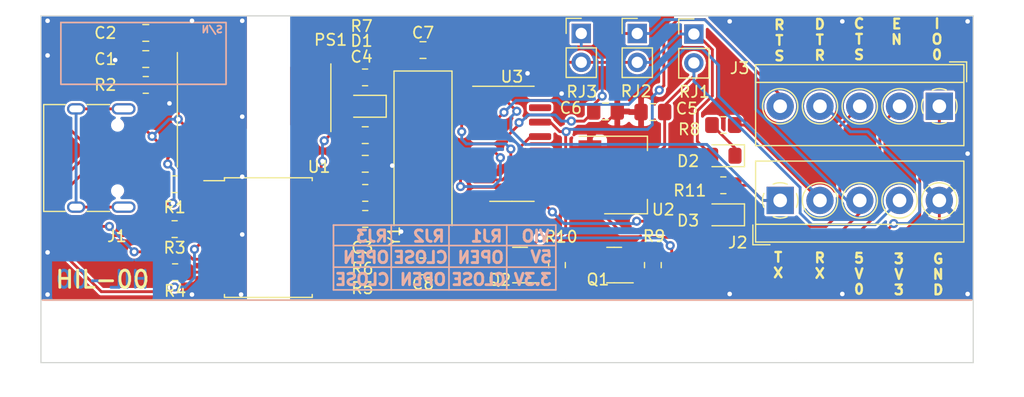
<source format=kicad_pcb>
(kicad_pcb (version 20211014) (generator pcbnew)
  (title_block (title "HIL-00 ISOLATED USB TO TTL"))
  (layers (0 "F.Cu" signal) (31 "B.Cu" signal) (34 "B.Paste" user) (35 "F.Paste" user) (36 "B.SilkS" user "B.Silkscreen") (37 "F.SilkS" user "F.Silkscreen") (38 "B.Mask" user) (39 "F.Mask" user) (44 "Edge.Cuts" user))
  (net 0 "")
  (net 1 "Net-(C1-Pad1)")
  (net 2 "GND1")
  (net 3 "Net-(C2-Pad1)")
  (net 4 "Net-(C3-Pad1)")
  (net 5 "GND2")
  (net 6 "Net-(C7-Pad1)")
  (net 7 "Net-(D1-Pad2)")
  (net 8 "Net-(D2-Pad1)")
  (net 9 "VCC")
  (net 10 "Net-(J1-PadA5)")
  (net 11 "Net-(J1-PadA6)")
  (net 12 "Net-(J1-PadA7)")
  (net 14 "Net-(J1-PadB5)")
  (net 16 "unconnected-(J1-PadS1)")
  (net 17 "Net-(C6-Pad1)")
  (net 18 "/TX")
  (net 19 "/IO0")
  (net 20 "/EN")
  (net 21 "/RX")
  (net 22 "/RTS")
  (net 23 "Net-(Q1-Pad1)")
  (net 24 "/DTR")
  (net 25 "Net-(Q2-Pad1)")
  (net 26 "/CTS")
  (net 27 "Net-(R3-Pad1)")
  (net 28 "Net-(R4-Pad1)")
  (net 29 "Net-(R5-Pad1)")
  (net 30 "Net-(R5-Pad2)")
  (net 31 "Net-(R6-Pad1)")
  (net 32 "Net-(R6-Pad2)")
  (net 33 "+5V")
  (net 34 "+3.3V")
  (net 39 "Net-(D3-Pad1)")
  (net 40 "Net-(C8-Pad1)")
  (footprint "Resistor_SMD:R_0805_2012Metric_Pad1.20x1.40mm_HandSolder" (layer "F.Cu") (at 128.524 115.57 180)
    (fp_text reference "R6")
    (fp_text value "24")
  )
  (footprint "Resistor_SMD:R_0805_2012Metric_Pad1.20x1.40mm_HandSolder" (layer "F.Cu") (at 128.508 105.41 180)
    (fp_text reference "R7")
    (fp_text value "1K")
  )
  (footprint "Resistor_SMD:R_0805_2012Metric_Pad1.20x1.40mm_HandSolder" (layer "F.Cu") (at 128.524 117.856 180)
    (fp_text reference "R5")
    (fp_text value "24")
  )
  (footprint "Capacitor_SMD:C_0805_2012Metric_Pad1.18x1.45mm_HandSolder" (layer "F.Cu") (at 128.524 110.49)
    (fp_text reference "C4")
    (fp_text value "0.1uF")
  )
  (footprint "Diode_SMD:D_0805_2012Metric_Pad1.15x1.40mm_HandSolder" (layer "F.Cu") (at 160.02 112.3 180)
    (fp_text reference "D2")
    (fp_text value "LED")
  )
  (footprint "Crystal_SMD:Crystal_SMD_HC49-SD_HandSoldering_Compact" (layer "F.Cu") (at 133.604 112.55 -90)
    (fp_text reference "Y1")
    (fp_text value "Crystal")
  )
  (footprint "Resistor_SMD:R_0805_2012Metric_Pad1.20x1.40mm_HandSolder" (layer "F.Cu") (at 111.76 118.755 180)
    (fp_text reference "R3")
    (fp_text value "24")
  )
  (footprint "MountingHole:MountingHole_3.2mm_M3" (layer "F.Cu") (at 156.68 128.5)
    (fp_text reference "REF**2" hide)
    (fp_text value "MountingHole_3.2mm_M3")
  )
  (footprint "Resistor_SMD:R_0805_2012Metric_Pad1.20x1.40mm_HandSolder" (layer "F.Cu") (at 111.76 114.808)
    (fp_text reference "R1")
    (fp_text value "5.1K")
  )
  (footprint "Package_SO:SOIC-16W_7.5x10.3mm_P1.27mm" (layer "F.Cu") (at 120 119.5)
    (fp_text reference "U1")
    (fp_text value "ADUM4160")
  )
  (footprint "MountingHole:MountingHole_3.2mm_M3" (layer "F.Cu") (at 146.52 128.5)
    (fp_text reference "REF**3" hide)
    (fp_text value "MountingHole_3.2mm_M3")
  )
  (footprint "Capacitor_SMD:C_0805_2012Metric_Pad1.18x1.45mm_HandSolder" (layer "F.Cu") (at 109.22 103.8 180)
    (fp_text reference "C1")
    (fp_text value "0.1uF")
  )
  (footprint "Connector_USB:USB_C_Receptacle_HRO_TYPE-C-31-M-12" (layer "F.Cu") (at 104.14 112.5 -90)
    (fp_text reference "J1")
    (fp_text value "USB_C_Receptacle_USB2.0")
  )
  (footprint "Capacitor_SMD:C_0805_2012Metric_Pad1.18x1.45mm_HandSolder" (layer "F.Cu") (at 109.22 101.5 180)
    (fp_text reference "C2")
    (fp_text value "0.1uF")
  )
  (footprint "Package_TO_SOT_SMD:SOT-23" (layer "F.Cu") (at 142.1384 121.92 180)
    (fp_text reference "Q2")
    (fp_text value "BC847")
  )
  (footprint "Diode_SMD:D_0805_2012Metric_Pad1.15x1.40mm_HandSolder" (layer "F.Cu") (at 128.508 107.95 180)
    (fp_text reference "D1")
    (fp_text value "LED")
  )
  (footprint "Capacitor_SMD:C_0805_2012Metric_Pad1.18x1.45mm_HandSolder" (layer "F.Cu") (at 153.8224 108.458 180)
    (fp_text reference "C5")
    (fp_text value "0.1uF")
  )
  (footprint "TerminalBlock_4Ucon:TerminalBlock_4Ucon_1x05_P3.50mm_Horizontal" (layer "F.Cu") (at 165.0192 116.232)
    (fp_text reference "J3")
    (fp_text value "Conn_01x05_Male")
  )
  (footprint "Resistor_SMD:R_0805_2012Metric_Pad1.20x1.40mm_HandSolder" (layer "F.Cu") (at 153.8224 121.92 -90)
    (fp_text reference "R9")
    (fp_text value "10K")
  )
  (footprint "Package_SO:SOIC-16_3.9x9.9mm_P1.27mm" (layer "F.Cu") (at 141.4272 111.252)
    (fp_text reference "U3")
    (fp_text value "CH340G")
  )
  (footprint "MountingHole:MountingHole_3.2mm_M3" (layer "F.Cu") (at 177 128.5)
    (fp_text reference "REF**" hide)
    (fp_text value "MountingHole_3.2mm_M3")
  )
  (footprint "Resistor_SMD:R_0805_2012Metric_Pad1.20x1.40mm_HandSolder" (layer "F.Cu") (at 109.22 106.072 180)
    (fp_text reference "R2")
    (fp_text value "5.1K")
  )
  (footprint "TerminalBlock_4Ucon:TerminalBlock_4Ucon_1x05_P3.50mm_Horizontal" (layer "F.Cu") (at 179.0192 107.95 180)
    (fp_text reference "J2")
    (fp_text value "Conn_01x05_Male")
  )
  (footprint "MountingHole:MountingHole_3.2mm_M3" (layer "F.Cu") (at 105.88 128.5)
    (fp_text reference "REF**7" hide)
    (fp_text value "MountingHole_3.2mm_M3")
  )
  (footprint "MountingHole:MountingHole_3.2mm_M3" (layer "F.Cu") (at 116.04 128.5)
    (fp_text reference "REF**6" hide)
    (fp_text value "MountingHole_3.2mm_M3")
  )
  (footprint "MountingHole:MountingHole_3.2mm_M3" (layer "F.Cu") (at 136.36 128.5)
    (fp_text reference "REF**4" hide)
    (fp_text value "MountingHole_3.2mm_M3")
  )
  (footprint "Connector_PinHeader_2.54mm:PinHeader_1x02_P2.54mm_Vertical" (layer "F.Cu") (at 147.5232 101.5442)
    (fp_text reference "RJ3")
    (fp_text value "Conn_01x02_Male")
  )
  (footprint "Package_TO_SOT_SMD:SOT-223-3_TabPin2" (layer "F.Cu") (at 151.4348 113.9952)
    (fp_text reference "U2")
    (fp_text value "AMS1117-3.3")
  )
  (footprint "Connector_PinHeader_2.54mm:PinHeader_1x02_P2.54mm_Vertical" (layer "F.Cu") (at 152.4508 101.5492)
    (fp_text reference "RJ2")
    (fp_text value "Conn_01x02_Male")
  )
  (footprint "Capacitor_SMD:C_0805_2012Metric_Pad1.18x1.45mm_HandSolder" (layer "F.Cu") (at 128.524 113.01)
    (fp_text reference "C3")
    (fp_text value "0.1uF")
  )
  (footprint "Capacitor_SMD:C_0805_2012Metric_Pad1.18x1.45mm_HandSolder" (layer "F.Cu") (at 133.604 122.037 180)
    (fp_text reference "C8")
    (fp_text value "22pF")
  )
  (footprint "Connector_PinHeader_2.54mm:PinHeader_1x02_P2.54mm_Vertical" (layer "F.Cu") (at 157.4292 101.595)
    (fp_text reference "RJ1")
    (fp_text value "Conn_01x02_Male")
  )
  (footprint "Resistor_SMD:R_0805_2012Metric_Pad1.20x1.40mm_HandSolder" (layer "F.Cu") (at 111.8 122.545 180)
    (fp_text reference "R4")
    (fp_text value "24")
  )
  (footprint "Capacitor_SMD:C_0805_2012Metric_Pad1.18x1.45mm_HandSolder" (layer "F.Cu") (at 133.604 103.007 180)
    (fp_text reference "C7")
    (fp_text value "22pF")
  )
  (footprint "Converter_DCDC_SMD:Converter_DCDC_Mornsun_B05_XT_1WR3_SMD" (layer "F.Cu") (at 118.75 107.2 90)
    (fp_text reference "PS1")
    (fp_text value "B05XT1WR3")
  )
  (footprint "Resistor_SMD:R_0805_2012Metric_Pad1.20x1.40mm_HandSolder" (layer "F.Cu") (at 145.3896 121.92 -90)
    (fp_text reference "R10")
    (fp_text value "10K")
  )
  (footprint "MountingHole:MountingHole_3.2mm_M3" (layer "F.Cu") (at 166.84 128.5)
    (fp_text reference "REF**1" hide)
    (fp_text value "MountingHole_3.2mm_M3")
  )
  (footprint "Resistor_SMD:R_0805_2012Metric_Pad1.20x1.40mm_HandSolder" (layer "F.Cu") (at 160.02 114.9)
    (fp_text reference "R11")
    (fp_text value "1K")
  )
  (footprint "Capacitor_SMD:C_0805_2012Metric_Pad1.18x1.45mm_HandSolder" (layer "F.Cu") (at 149.6568 108.4072)
    (fp_text reference "C6")
    (fp_text value "0.1uF")
  )
  (footprint "Resistor_SMD:R_0805_2012Metric_Pad1.20x1.40mm_HandSolder" (layer "F.Cu") (at 160.02 109.6 180)
    (fp_text reference "R8")
    (fp_text value "1K")
  )
  (footprint "MountingHole:MountingHole_3.2mm_M3" (layer "F.Cu") (at 126.2 128.5)
    (fp_text reference "REF**5" hide)
    (fp_text value "MountingHole_3.2mm_M3")
  )
  (footprint "Diode_SMD:D_0805_2012Metric_Pad1.15x1.40mm_HandSolder" (layer "F.Cu") (at 160.02 117.5 180)
    (fp_text reference "D3")
    (fp_text value "LED")
  )
  (footprint "Package_TO_SOT_SMD:SOT-23" (layer "F.Cu") (at 150.4188 121.92 180)
    (fp_text reference "Q1")
    (fp_text value "BC847")
  )
  (gr_line (start 145.288 122.1) (end 125.73 122.1) (layer "B.SilkS") (width 0.15))
  (gr_line (start 100.15 125) (end 181.85 125) (layer "B.SilkS") (width 0.15))
  (gr_line (start 145.288 124.1) (end 125.73 124.1) (layer "B.SilkS") (width 0.15))
  (gr_line (start 140.97 118.4) (end 140.97 124.1) (layer "B.SilkS") (width 0.15))
  (gr_line (start 145.288 118.4) (end 125.73 118.4) (layer "B.SilkS") (width 0.15))
  (gr_line (start 145.288 120.2) (end 125.73 120.2) (layer "B.SilkS") (width 0.15))
  (gr_line (start 145.288 118.4) (end 145.288 124.1) (layer "B.SilkS") (width 0.15))
  (gr_rect (start 101.7524 100.584) (end 116.2812 106.0196) (layer "B.SilkS") (width 0.15) (fill none))
  (gr_line (start 130.81 118.4) (end 130.81 124.1) (layer "B.SilkS") (width 0.15))
  (gr_line (start 125.73 118.4) (end 125.73 124.1) (layer "B.SilkS") (width 0.15))
  (gr_line (start 135.89 118.4) (end 135.89 124.1) (layer "B.SilkS") (width 0.15))
  (gr_line (start 100.15 125) (end 181.85 125) (layer "F.SilkS") (width 0.15))
  (gr_line (start 100 130.5) (end 182 130.5) (layer "Edge.Cuts") (width 0.1))
  (gr_line (start 100 100) (end 100 130.5) (layer "Edge.Cuts") (width 0.1))
  (gr_line (start 182 130.5) (end 182 100) (layer "Edge.Cuts") (width 0.1))
  (gr_line (start 100 100) (end 182 100) (layer "Edge.Cuts") (width 0.1))
  (gr_text "HIL-00" (at 105.41 123.19) (layer "B.Cu") (effects (font (size 1.5 1.5) (thickness 0.25)) (justify mirror)))
  (gr_text "S/N" (at 115.062 101.1936) (layer "B.SilkS") (effects (font (size 0.6 0.6)) (justify mirror)))
  (gr_text "CLOSE" (at 128.27 123.19) (layer "B.SilkS") (effects (font (size 1 1) (thickness 0.25)) (justify mirror)))
  (gr_text "OPEN" (at 133.604 123.19) (layer "B.SilkS") (effects (font (size 1 1) (thickness 0.25)) (justify mirror)))
  (gr_text "3.3V" (at 143.256 123.19) (layer "B.SilkS") (effects (font (size 1 1) (thickness 0.25)) (justify mirror)))
  (gr_text "RJ3" (at 129.1 119.38) (layer "B.SilkS") (effects (font (size 1 1) (thickness 0.25)) (justify mirror)))
  (gr_text "5V" (at 144 121.2) (layer "B.SilkS") (effects (font (size 1 1) (thickness 0.25)) (justify mirror)))
  (gr_text "RJ1" (at 139.192 119.38) (layer "B.SilkS") (effects (font (size 1 1) (thickness 0.25)) (justify mirror)))
  (gr_text "OPEN" (at 128.6 121.25) (layer "B.SilkS") (effects (font (size 1 1) (thickness 0.25)) (justify mirror)))
  (gr_text "VIO" (at 143.5 119.38) (layer "B.SilkS") (effects (font (size 1 1) (thickness 0.25)) (justify mirror)))
  (gr_text "OPEN" (at 138.684 121.25) (layer "B.SilkS") (effects (font (size 1 1) (thickness 0.25)) (justify mirror)))
  (gr_text "CLOSE" (at 133.4 121.25) (layer "B.SilkS") (effects (font (size 1 1) (thickness 0.25)) (justify mirror)))
  (gr_text "CLOSE" (at 138.5 123.19) (layer "B.SilkS") (effects (font (size 1 1) (thickness 0.25)) (justify mirror)))
  (gr_text "RJ2" (at 134.112 119.38) (layer "B.SilkS") (effects (font (size 1 1) (thickness 0.25)) (justify mirror)))
  (gr_text "I\nO\n0" (at 178.816 102.0572) (layer "F.SilkS") (effects (font (size 0.85 0.85) (thickness 0.2125))))
  (gr_text "G\nN\nD" (at 178.9176 122.7328) (layer "F.SilkS") (effects (font (size 0.85 0.85) (thickness 0.2125))))
  (gr_text "HIL-00" (at 105.41 123.19) (layer "F.SilkS") (effects (font (size 1.5 1.5) (thickness 0.25))))
  (gr_text "R\nX" (at 168.5036 121.9708) (layer "F.SilkS") (effects (font (size 0.85 0.85) (thickness 0.2125))))
  (gr_text "R\nT\nS" (at 164.9476 102.1588) (layer "F.SilkS") (effects (font (size 0.85 0.85) (thickness 0.2125))))
  (gr_text "D\nT\nR" (at 168.5036 102.108) (layer "F.SilkS") (effects (font (size 0.85 0.85) (thickness 0.2125))))
  (gr_text "T\nX" (at 164.846 121.92) (layer "F.SilkS") (effects (font (size 0.85 0.85) (thickness 0.2125))))
  (gr_text "E\nN" (at 175.26 101.3968) (layer "F.SilkS") (effects (font (size 0.85 0.85) (thickness 0.2125))))
  (gr_text "3\nV\n3\n" (at 175.4632 122.7328) (layer "F.SilkS") (effects (font (size 0.85 0.85) (thickness 0.2125))))
  (gr_text "5\nV\n0" (at 171.958 122.682) (layer "F.SilkS") (effects (font (size 0.85 0.85) (thickness 0.2125))))
  (gr_text "C\nT\nS" (at 171.958 102.0572) (layer "F.SilkS") (effects (font (size 0.85 0.85) (thickness 0.2125))))
  (segment (start 117.48 109.8747) (end 117.2825 109.6772) (width 0.25) (layer "F.Cu") (net 1))
  (segment (start 111.4289 112.2435) (end 112.5455 113.3601) (width 0.25) (layer "F.Cu") (net 1))
  (segment (start 111.1504 113.03) (end 111.1504 112.522) (width 0.25) (layer "F.Cu") (net 1))
  (segment (start 111.1504 112.522) (end 111.4289 112.2435) (width 0.25) (layer "F.Cu") (net 1))
  (segment (start 109.2354 110.05) (end 109.2353 110.05) (width 0.25) (layer "F.Cu") (net 1))
  (segment (start 112.6651 109.6772) (end 112.0776 109.0897) (width 0.25) (layer "F.Cu") (net 1))
  (segment (start 109.0064 114.95) (end 108.185 114.95) (width 0.25) (layer "F.Cu") (net 1))
  (segment (start 113.6551 113.3601) (end 115.35 115.055) (width 0.25) (layer "F.Cu") (net 1))
  (segment (start 117.48 111.75) (end 117.48 109.8747) (width 0.25) (layer "F.Cu") (net 1))
  (segment (start 112.0776 109.0897) (end 112.0776 105.0672) (width 0.25) (layer "F.Cu") (net 1))
  (segment (start 112.0776 105.0672) (end 110.8104 103.8) (width 0.25) (layer "F.Cu") (net 1))
  (segment (start 111.6076 116.4711) (end 111.5435 116.5352) (width 0.25) (layer "F.Cu") (net 1))
  (segment (start 112.5455 113.3601) (end 113.6551 113.3601) (width 0.25) (layer "F.Cu") (net 1))
  (segment (start 110.5916 116.5352) (end 109.0064 114.95) (width 0.25) (layer "F.Cu") (net 1))
  (segment (start 109.7758 110.5904) (end 111.4289 112.2435) (width 0.25) (layer "F.Cu") (net 1))
  (segment (start 117.2825 109.6772) (end 112.6651 109.6772) (width 0.25) (layer "F.Cu") (net 1))
  (segment (start 111.5435 116.5352) (end 110.5916 116.5352) (width 0.25) (layer "F.Cu") (net 1))
  (segment (start 108.185 110.05) (end 109.2353 110.05) (width 0.25) (layer "F.Cu") (net 1))
  (segment (start 110.8104 103.8) (end 110.2575 103.8) (width 0.25) (layer "F.Cu") (net 1))
  (segment (start 109.7758 110.5904) (end 109.2354 110.05) (width 0.25) (layer "F.Cu") (net 1))
  (via (at 111.1504 113.03) (size 0.8) (drill 0.4) (layers "F.Cu" "B.Cu") (net 1))
  (via (at 112.0776 109.0897) (size 0.8) (drill 0.4) (layers "F.Cu" "B.Cu") (net 1))
  (via (at 109.7758 110.5904) (size 0.8) (drill 0.4) (layers "F.Cu" "B.Cu") (net 1))
  (via (at 111.6076 116.4711) (size 0.8) (drill 0.4) (layers "F.Cu" "B.Cu") (net 1))
  (segment (start 111.6076 116.4711) (end 111.7092 116.3695) (width 0.25) (layer "B.Cu") (net 1))
  (segment (start 111.7092 113.5888) (end 111.1504 113.03) (width 0.25) (layer "B.Cu") (net 1))
  (segment (start 109.7758 110.5904) (end 111.2765 109.0897) (width 0.25) (layer "B.Cu") (net 1))
  (segment (start 111.7092 116.3695) (end 111.7092 113.5888) (width 0.25) (layer "B.Cu") (net 1))
  (segment (start 111.2765 109.0897) (end 112.0776 109.0897) (width 0.25) (layer "B.Cu") (net 1))
  (segment (start 115.35 123.945) (end 116.7454 123.945) (width 0.25) (layer "F.Cu") (net 2))
  (segment (start 116.339 116.325) (end 115.7901 116.325) (width 0.25) (layer "F.Cu") (net 2))
  (segment (start 108.185 115.75) (end 108.8412 115.75) (width 0.25) (layer "F.Cu") (net 2))
  (segment (start 116.2234 116.325) (end 115.7901 116.325) (width 0.25) (layer "F.Cu") (net 2))
  (segment (start 112.0648 117.1956) (end 112.9093 116.3511) (width 0.25) (layer "F.Cu") (net 2))
  (segment (start 106.5276 103.886) (end 108.0965 103.886) (width 0.25) (layer "F.Cu") (net 2))
  (segment (start 116.7454 123.945) (end 117.094 123.5964) (width 0.25) (layer "F.Cu") (net 2))
  (segment (start 111.3028 110.0836) (end 111.3028 108.8136) (width 0.25) (layer "F.Cu") (net 2))
  (segment (start 117.094 117.1956) (end 116.2234 116.325) (width 0.25) (layer "F.Cu") (net 2))
  (segment (start 115.7901 116.325) (end 115.35 116.325) (width 0.25) (layer "F.Cu") (net 2))
  (segment (start 111.3028 109.1071) (end 111.1599 109.25) (width 0.25) (layer "F.Cu") (net 2))
  (segment (start 117.094 123.5964) (end 117.094 117.1956) (width 0.25) (layer "F.Cu") (net 2))
  (segment (start 108.8412 115.75) (end 110.2868 117.1956) (width 0.25) (layer "F.Cu") (net 2))
  (segment (start 112.5003 111.2811) (end 111.3028 110.0836) (width 0.25) (layer "F.Cu") (net 2))
  (segment (start 114.94 113.6253) (end 116.0129 113.6253) (width 0.25) (layer "F.Cu") (net 2))
  (segment (start 114.94 111.75) (end 114.94 113.6253) (width 0.25) (layer "F.Cu") (net 2))
  (segment (start 111.1599 109.25) (end 108.185 109.25) (width 0.25) (layer "F.Cu") (net 2))
  (segment (start 108.1825 106.0345) (end 108.22 106.072) (width 0.25) (layer "F.Cu") (net 2))
  (segment (start 116.0129 113.6253) (end 117.0432 114.6556) (width 0.25) (layer "F.Cu") (net 2))
  (segment (start 108.1825 103.8) (end 108.1825 101.5) (width 0.25) (layer "F.Cu") (net 2))
  (segment (start 112.9093 116.3511) (end 112.9093 114.9573) (width 0.25) (layer "F.Cu") (net 2))
  (segment (start 117.0432 114.6556) (end 117.0432 115.6208) (width 0.25) (layer "F.Cu") (net 2))
  (segment (start 114.94 111.2811) (end 112.5003 111.2811) (width 0.25) (layer "F.Cu") (net 2))
  (segment (start 108.1825 103.8) (end 108.1825 106.0345) (width 0.25) (layer "F.Cu") (net 2))
  (segment (start 115.35 116.325) (end 114.277 116.325) (width 0.25) (layer "F.Cu") (net 2))
  (segment (start 117.0432 115.6208) (end 116.339 116.325) (width 0.25) (layer "F.Cu") (net 2))
  (segment (start 108.0965 103.886) (end 108.1825 103.8) (width 0.25) (layer "F.Cu") (net 2))
  (segment (start 110.2868 117.1956) (end 112.0648 117.1956) (width 0.25) (layer "F.Cu") (net 2))
  (segment (start 114.277 116.325) (end 112.9093 114.9573) (width 0.25) (layer "F.Cu") (net 2))
  (segment (start 112.9093 114.9573) (end 112.76 114.808) (width 0.25) (layer "F.Cu") (net 2))
  (segment (start 111.3028 107.696) (end 111.3028 109.1071) (width 0.25) (layer "F.Cu") (net 2))
  (segment (start 114.94 111.75) (end 114.94 111.2811) (width 0.25) (layer "F.Cu") (net 2))
  (via (at 100.584 103.4796) (size 0.8) (drill 0.4) (layers "F.Cu" "B.Cu") (net 2))
  (via (at 117.602 124.5108) (size 0.8) (drill 0.4) (layers "F.Cu" "B.Cu") (net 2))
  (via (at 113.284 124.5108) (size 0.8) (drill 0.4) (layers "F.Cu" "B.Cu") (net 2))
  (via (at 106.5276 103.886) (size 0.8) (drill 0.4) (layers "F.Cu" "B.Cu") (net 2))
  (via (at 117.7036 114.1476) (size 0.8) (drill 0.4) (layers "F.Cu" "B.Cu") (net 2))
  (via (at 117.7036 100.4316) (size 0.8) (drill 0.4) (layers "F.Cu" "B.Cu") (net 2))
  (via (at 100.584 124.5108) (size 0.8) (drill 0.4) (layers "F.Cu" "B.Cu") (net 2))
  (via (at 117.7036 108.8644) (size 0.8) (drill 0.4) (layers "F.Cu" "B.Cu") (net 2))
  (via (at 100.584 120.8024) (size 0.8) (drill 0.4) (layers "F.Cu" "B.Cu") (net 2))
  (via (at 117.7036 119.2276) (size 0.8) (drill 0.4) (layers "F.Cu" "B.Cu") (net 2))
  (via (at 113.284 100.4316) (size 0.8) (drill 0.4) (layers "F.Cu" "B.Cu") (net 2))
  (via (at 100.584 100.4316) (size 0.8) (drill 0.4) (layers "F.Cu" "B.Cu") (net 2))
  (via (at 111.3028 107.696) (size 0.8) (drill 0.4) (layers "F.Cu" "B.Cu") (net 2))
  (segment (start 107.188 104.9528) (end 106.5276 104.2924) (width 0.25) (layer "B.Cu") (net 2))
  (segment (start 111.3028 105.7402) (end 110.5154 104.9528) (width 0.25) (layer "B.Cu") (net 2))
  (segment (start 111.3028 107.696) (end 111.3028 105.7402) (width 0.25) (layer "B.Cu") (net 2))
  (segment (start 110.5154 104.9528) (end 107.188 104.9528) (width 0.25) (layer "B.Cu") (net 2))
  (segment (start 106.5276 104.2924) (end 106.5276 103.886) (width 0.25) (layer "B.Cu") (net 2))
  (segment (start 105.3084 124.2568) (end 100.6856 119.634) (width 0.25) (layer "F.Cu") (net 3))
  (segment (start 113.502849 120.530051) (end 113.8979 120.135) (width 0.25) (layer "F.Cu") (net 3))
  (segment (start 111.76 123.8504) (end 111.3536 124.2568) (width 0.25) (layer "F.Cu") (net 3))
  (segment (start 100.6856 119.634) (end 100.6856 105.41) (width 0.25) (layer "F.Cu") (net 3))
  (segment (start 109.0875 100.33) (end 110.2575 101.5) (width 0.25) (layer "F.Cu") (net 3))
  (segment (start 100.6856 105.41) (end 105.7656 100.33) (width 0.25) (layer "F.Cu") (net 3))
  (segment (start 105.7656 100.33) (end 109.0875 100.33) (width 0.25) (layer "F.Cu") (net 3))
  (segment (start 115.35 118.865) (end 115.35 117.595) (width 0.25) (layer "F.Cu") (net 3))
  (segment (start 111.3536 124.2568) (end 105.3084 124.2568) (width 0.25) (layer "F.Cu") (net 3))
  (segment (start 113.8979 120.135) (end 115.35 120.135) (width 0.25) (layer "F.Cu") (net 3))
  (segment (start 115.35 120.135) (end 115.35 118.865) (width 0.25) (layer "F.Cu") (net 3))
  (via (at 113.502849 120.530051) (size 0.8) (drill 0.4) (layers "F.Cu" "B.Cu") (net 3))
  (via (at 111.76 123.8504) (size 0.8) (drill 0.4) (layers "F.Cu" "B.Cu") (net 3))
  (segment (start 111.76 123.8504) (end 112.6744 123.8504) (width 0.25) (layer "B.Cu") (net 3))
  (segment (start 112.6744 123.8504) (end 113.502849 123.021951) (width 0.25) (layer "B.Cu") (net 3))
  (segment (start 113.502849 123.021951) (end 113.502849 120.530051) (width 0.25) (layer "B.Cu") (net 3))
  (segment (start 124.65 118.865) (end 124.65 120.135) (width 0.25) (layer "F.Cu") (net 4))
  (segment (start 125.1368 117.595) (end 124.65 117.595) (width 0.25) (layer "F.Cu") (net 4))
  (segment (start 124.65 117.595) (end 124.65 118.865) (width 0.25) (layer "F.Cu") (net 4))
  (segment (start 126.238 116.4938) (end 125.1368 117.595) (width 0.25) (layer "F.Cu") (net 4))
  (segment (start 126.238 114.2585) (end 126.238 116.4938) (width 0.25) (layer "F.Cu") (net 4))
  (segment (start 127.4865 113.01) (end 126.238 114.2585) (width 0.25) (layer "F.Cu") (net 4))
  (segment (start 135.2367 101.9136) (end 133.6599 101.9136) (width 0.25) (layer "F.Cu") (net 5))
  (segment (start 150.6943 108.4072) (end 150.6943 107.334) (width 0.25) (layer "F.Cu") (net 5))
  (segment (start 150.6943 108.4072) (end 152.7341 108.4072) (width 0.25) (layer "F.Cu") (net 5))
  (segment (start 124.65 116.325) (end 123.2338 116.325) (width 0.25) (layer "F.Cu") (net 5))
  (segment (start 129.533 107.95) (end 129.533 107.5994) (width 0.25) (layer "F.Cu") (net 5))
  (segment (start 156.8196 124.5616) (end 158.4452 122.936) (width 0.25) (layer "F.Cu") (net 5))
  (segment (start 123.64391 111.7092) (end 123.391555 111.961555) (width 0.25) (layer "F.Cu") (net 5))
  (segment (start 129.5615 107.9785) (end 129.5615 110.49) (width 0.25) (layer "F.Cu") (net 5))
  (segment (start 130.3438 120.3034) (end 130.8329 120.3034) (width 0.25) (layer "F.Cu") (net 5))
  (segment (start 129.5615 111.9509) (end 129.5615 113.01) (width 0.25) (layer "F.Cu") (net 5))
  (segment (start 133.6599 101.9136) (end 132.5665 103.007) (width 0.25) (layer "F.Cu") (net 5))
  (segment (start 123.2338 116.325) (end 122.56 115.6512) (width 0.25) (layer "F.Cu") (net 5))
  (segment (start 145.796 106.8324) (end 147.2184 106.8324) (width 0.25) (layer "F.Cu") (net 5))
  (segment (start 130.8329 120.3034) (end 132.5665 122.037) (width 0.25) (layer "F.Cu") (net 5))
  (segment (start 147.7189 106.3319) (end 148.0237 106.3319) (width 0.25) (layer "F.Cu") (net 5))
  (segment (start 131.6736 118.9736) (end 130.3438 120.3034) (width 0.25) (layer "F.Cu") (net 5))
  (segment (start 125.1813 123.945) (end 128.8229 120.3034) (width 0.25) (layer "F.Cu") (net 5))
  (segment (start 174.5996 122.936) (end 179.0192 118.5164) (width 0.25) (layer "F.Cu") (net 5))
  (segment (start 179.0192 118.5164) (end 179.0192 116.232) (width 0.25) (layer "F.Cu") (net 5))
  (segment (start 122.771555 111.961555) (end 122.56 111.75) (width 0.25) (layer "F.Cu") (net 5))
  (segment (start 148.2848 111.6952) (end 148.2848 110.8167) (width 0.25) (layer "F.Cu") (net 5))
  (segment (start 142.7988 105.0544) (end 141.0462 106.807) (width 0.25) (layer "F.Cu") (net 5))
  (segment (start 132.5665 122.037) (end 135.0911 124.5616) (width 0.25) (layer "F.Cu") (net 5))
  (segment (start 124.65 123.945) (end 125.1813 123.945) (width 0.25) (layer "F.Cu") (net 5))
  (segment (start 148.2848 110.8167) (end 150.6943 108.4072) (width 0.25) (layer "F.Cu") (net 5))
  (segment (start 132.5665 104.5659) (end 132.5665 103.007) (width 0.25) (layer "F.Cu") (net 5))
  (segment (start 129.5615 110.49) (end 129.5615 111.9509) (width 0.25) (layer "F.Cu") (net 5))
  (segment (start 129.533 107.5994) (end 132.5665 104.5659) (width 0.25) (layer "F.Cu") (net 5))
  (segment (start 129.5615 111.9509) (end 129.3198 111.7092) (width 0.25) (layer "F.Cu") (net 5))
  (segment (start 149.6922 106.3319) (end 148.0237 106.3319) (width 0.25) (layer "F.Cu") (net 5))
  (segment (start 148.0237 106.3319) (end 147.7716 106.3319) (width 0.25) (layer "F.Cu") (net 5))
  (segment (start 130.899301 113.170101) (end 130.7392 113.01) (width 0.25) (layer "F.Cu") (net 5))
  (segment (start 129.533 107.95) (end 129.5615 107.9785) (width 0.25) (layer "F.Cu") (net 5))
  (segment (start 138.9522 105.6291) (end 135.2367 101.9136) (width 0.25) (layer "F.Cu") (net 5))
  (segment (start 135.0911 124.5616) (end 156.8196 124.5616) (width 0.25) (layer "F.Cu") (net 5))
  (segment (start 147.2184 106.8324) (end 147.7189 106.3319) (width 0.25) (layer "F.Cu") (net 5))
  (segment (start 128.8229 120.3034) (end 130.3438 120.3034) (width 0.25) (layer "F.Cu") (net 5))
  (segment (start 141.0462 106.807) (end 138.9522 106.807) (width 0.25) (layer "F.Cu") (net 5))
  (segment (start 129.3198 111.7092) (end 123.64391 111.7092) (width 0.25) (layer "F.Cu") (net 5))
  (segment (start 152.7341 108.4072) (end 152.7849 108.458) (width 0.25) (layer "F.Cu") (net 5))
  (segment (start 158.4452 122.936) (end 174.5996 122.936) (width 0.25) (layer "F.Cu") (net 5))
  (segment (start 138.9522 106.807) (end 138.9522 105.6291) (width 0.25) (layer "F.Cu") (net 5))
  (segment (start 150.6943 107.334) (end 149.6922 106.3319) (width 0.25) (layer "F.Cu") (net 5))
  (segment (start 123.391555 111.961555) (end 122.771555 111.961555) (width 0.25) (layer "F.Cu") (net 5))
  (segment (start 130.7392 113.01) (end 129.5615 113.01) (width 0.25) (layer "F.Cu") (net 5))
  (segment (start 122.56 115.6512) (end 122.56 111.75) (width 0.25) (layer "F.Cu") (net 5))
  (via (at 131.6736 118.9736) (size 0.8) (drill 0.4) (layers "F.Cu" "B.Cu") (net 5))
  (via (at 160.5788 124.46) (size 0.8) (drill 0.4) (layers "F.Cu" "B.Cu") (net 5))
  (via (at 145.796 106.8324) (size 0.8) (drill 0.4) (layers "F.Cu" "B.Cu") (net 5))
  (via (at 170.4848 124.46) (size 0.8) (drill 0.4) (layers "F.Cu" "B.Cu") (net 5))
  (via (at 160.5788 100.4824) (size 0.8) (drill 0.4) (layers "F.Cu" "B.Cu") (net 5))
  (via (at 181.5084 100.4824) (size 0.8) (drill 0.4) (layers "F.Cu" "B.Cu") (net 5))
  (via (at 130.899301 113.170101) (size 0.8) (drill 0.4) (layers "F.Cu" "B.Cu") (net 5))
  (via (at 170.4848 100.4824) (size 0.8) (drill 0.4) (layers "F.Cu" "B.Cu") (net 5))
  (via (at 142.7988 105.0544) (size 0.8) (drill 0.4) (layers "F.Cu" "B.Cu") (net 5))
  (via (at 181.5084 124.46) (size 0.8) (drill 0.4) (layers "F.Cu" "B.Cu") (net 5))
  (via (at 181.5084 112.1156) (size 0.8) (drill 0.4) (layers "F.Cu" "B.Cu") (net 5))
  (segment (start 142.8496 105.0036) (end 142.7988 105.0544) (width 0.25) (layer "B.Cu") (net 5))
  (segment (start 131.6736 118.9736) (end 131.7752 118.872) (width 0.25) (layer "B.Cu") (net 5))
  (segment (start 131.7752 118.872) (end 131.7752 114.046) (width 0.25) (layer "B.Cu") (net 5))
  (segment (start 145.796 105.8672) (end 144.9324 105.0036) (width 0.25) (layer "B.Cu") (net 5))
  (segment (start 145.796 106.8324) (end 145.796 105.8672) (width 0.25) (layer "B.Cu") (net 5))
  (segment (start 131.7752 114.046) (end 130.899301 113.170101) (width 0.25) (layer "B.Cu") (net 5))
  (segment (start 144.9324 105.0036) (end 142.8496 105.0036) (width 0.25) (layer "B.Cu") (net 5))
  (segment (start 141.3256 111.7092) (end 141.3256 113.6904) (width 0.25) (layer "F.Cu") (net 6))
  (segment (start 135.486 107.8) (end 133.604 107.8) (width 0.25) (layer "F.Cu") (net 6))
  (segment (start 140.589 114.427) (end 138.9522 114.427) (width 0.25) (layer "F.Cu") (net 6))
  (segment (start 137.0076 110.1852) (end 137.0076 109.3216) (width 0.25) (layer "F.Cu") (net 6))
  (segment (start 134.6415 103.007) (end 134.6415 103.6872) (width 0.25) (layer "F.Cu") (net 6))
  (segment (start 133.604 107.8) (end 133.604 104.7247) (width 0.25) (layer "F.Cu") (net 6))
  (segment (start 137.0076 109.3216) (end 135.486 107.8) (width 0.25) (layer "F.Cu") (net 6))
  (segment (start 141.3256 113.6904) (end 140.589 114.427) (width 0.25) (layer "F.Cu") (net 6))
  (segment (start 134.6415 103.6872) (end 133.604 104.7247) (width 0.25) (layer "F.Cu") (net 6))
  (via (at 141.3256 111.7092) (size 0.8) (drill 0.4) (layers "F.Cu" "B.Cu") (net 6))
  (via (at 137.0076 110.1852) (size 0.8) (drill 0.4) (layers "F.Cu" "B.Cu") (net 6))
  (segment (start 137.414 111.252) (end 137.0076 110.8456) (width 0.25) (layer "B.Cu") (net 6))
  (segment (start 137.0076 110.8456) (end 137.0076 110.1852) (width 0.25) (layer "B.Cu") (net 6))
  (segment (start 140.8684 111.252) (end 137.414 111.252) (width 0.25) (layer "B.Cu") (net 6))
  (segment (start 141.3256 111.7092) (end 140.8684 111.252) (width 0.25) (layer "B.Cu") (net 6))
  (segment (start 127.483 107.95) (end 127.483 107.435) (width 0.25) (layer "F.Cu") (net 7))
  (segment (start 127.483 107.435) (end 129.508 105.41) (width 0.25) (layer "F.Cu") (net 7))
  (segment (start 161.045 111.625) (end 159.02 109.6) (width 0.25) (layer "F.Cu") (net 8))
  (segment (start 161.045 112.3) (end 161.045 111.625) (width 0.25) (layer "F.Cu") (net 8))
  (segment (start 158.995 117.5) (end 157.6832 116.1882) (width 0.25) (layer "F.Cu") (net 9))
  (segment (start 147.5232 104.0842) (end 148.6985 104.0842) (width 0.25) (layer "F.Cu") (net 9))
  (segment (start 157.734 111.039) (end 157.734 108.3564) (width 0.25) (layer "F.Cu") (net 9))
  (segment (start 159.0548 102.9716) (end 157.6782 101.595) (width 0.25) (layer "F.Cu") (net 9))
  (segment (start 159.0548 107.0356) (end 159.0548 102.9716) (width 0.25) (layer "F.Cu") (net 9))
  (segment (start 147.5232 104.0842) (end 146.2582 104.0842) (width 0.25) (layer "F.Cu") (net 9))
  (segment (start 157.6782 101.595) (end 157.4292 101.595) (width 0.25) (layer "F.Cu") (net 9))
  (segment (start 158.995 112.3) (end 157.734 111.039) (width 0.25) (layer "F.Cu") (net 9))
  (segment (start 143.9022 106.4402) (end 143.9022 106.807) (width 0.25) (layer "F.Cu") (net 9))
  (segment (start 157.6832 113.6118) (end 158.995 112.3) (width 0.25) (layer "F.Cu") (net 9))
  (segment (start 157.734 108.3564) (end 159.0548 107.0356) (width 0.25) (layer "F.Cu") (net 9))
  (segment (start 152.4508 104.0892) (end 148.7035 104.0892) (width 0.25) (layer "F.Cu") (net 9))
  (segment (start 157.6832 116.1882) (end 157.6832 113.6118) (width 0.25) (layer "F.Cu") (net 9))
  (segment (start 146.2582 104.0842) (end 143.9022 106.4402) (width 0.25) (layer "F.Cu") (net 9))
  (segment (start 148.7035 104.0892) (end 148.6985 104.0842) (width 0.25) (layer "F.Cu") (net 9))
  (segment (start 152.4508 104.0892) (end 153.6261 104.0892) (width 0.25) (layer "B.Cu") (net 9))
  (segment (start 156.1203 101.595) (end 153.6261 104.0892) (width 0.25) (layer "B.Cu") (net 9))
  (segment (start 157.4292 101.595) (end 156.1203 101.595) (width 0.25) (layer "B.Cu") (net 9))
  (segment (start 101.7524 107.65595) (end 101.7524 109.1692) (width 0.25) (layer "F.Cu") (net 10))
  (segment (start 101.7524 109.1692) (end 103.8332 111.25) (width 0.25) (layer "F.Cu") (net 10))
  (segment (start 110.22 106.072) (end 109.0722 107.2198) (width 0.25) (layer "F.Cu") (net 10))
  (segment (start 109.0722 107.2198) (end 102.18855 107.2198) (width 0.25) (layer "F.Cu") (net 10))
  (segment (start 102.18855 107.2198) (end 101.7524 107.65595) (width 0.25) (layer "F.Cu") (net 10))
  (segment (start 103.8332 111.25) (end 108.185 111.25) (width 0.25) (layer "F.Cu") (net 10))
  (segment (start 106.7816 112.4712) (end 106.7816 112.8969) (width 0.25) (layer "F.Cu") (net 11))
  (segment (start 108.204 120.7516) (end 110.3884 120.7516) (width 0.25) (layer "F.Cu") (net 11))
  (segment (start 108.185 112.25) (end 107.0028 112.25) (width 0.25) (layer "F.Cu") (net 11))
  (segment (start 102.8192 118.5164) (end 101.6508 117.348) (width 0.25) (layer "F.Cu") (net 11))
  (segment (start 101.6508 115.8748) (end 104.2756 113.25) (width 0.25) (layer "F.Cu") (net 11))
  (segment (start 110.8 121.1632) (end 110.8 122.545) (width 0.25) (layer "F.Cu") (net 11))
  (segment (start 110.3884 120.7516) (end 110.8 121.1632) (width 0.25) (layer "F.Cu") (net 11))
  (segment (start 106.7816 112.8969) (end 107.1347 113.25) (width 0.25) (layer "F.Cu") (net 11))
  (segment (start 101.6508 117.348) (end 101.6508 115.8748) (width 0.25) (layer "F.Cu") (net 11))
  (segment (start 108.185 113.25) (end 107.1347 113.25) (width 0.25) (layer "F.Cu") (net 11))
  (segment (start 104.2756 113.25) (end 107.1347 113.25) (width 0.25) (layer "F.Cu") (net 11))
  (segment (start 106.0196 118.5164) (end 102.8192 118.5164) (width 0.25) (layer "F.Cu") (net 11))
  (segment (start 107.0028 112.25) (end 106.7816 112.4712) (width 0.25) (layer "F.Cu") (net 11))
  (via (at 106.0196 118.5164) (size 0.8) (drill 0.4) (layers "F.Cu" "B.Cu") (net 11))
  (via (at 108.204 120.7516) (size 0.8) (drill 0.4) (layers "F.Cu" "B.Cu") (net 11))
  (segment (start 106.0196 118.5672) (end 108.204 120.7516) (width 0.25) (layer "B.Cu") (net 11))
  (segment (start 106.0196 118.5164) (end 106.0196 118.5672) (width 0.25) (layer "B.Cu") (net 11))
  (segment (start 109.4132 111.75) (end 109.7788 112.1156) (width 0.25) (layer "F.Cu") (net 12))
  (segment (start 101.1428 117.8052) (end 101.1428 115.1128) (width 0.25) (layer "F.Cu") (net 12))
  (segment (start 109.7788 112.4204) (end 109.4492 112.75) (width 0.25) (layer "F.Cu") (net 12))
  (segment (start 101.1428 115.1128) (end 104.5056 111.75) (width 0.25) (layer "F.Cu") (net 12))
  (segment (start 109.4492 112.75) (end 108.185 112.75) (width 0.25) (layer "F.Cu") (net 12))
  (segment (start 104.5056 111.75) (end 108.185 111.75) (width 0.25) (layer "F.Cu") (net 12))
  (segment (start 109.7788 112.1156) (end 109.7788 112.4204) (width 0.25) (layer "F.Cu") (net 12))
  (segment (start 108.185 111.75) (end 109.4132 111.75) (width 0.25) (layer "F.Cu") (net 12))
  (segment (start 110.1858 119.3292) (end 102.6668 119.3292) (width 0.25) (layer "F.Cu") (net 12))
  (segment (start 110.76 118.755) (end 110.1858 119.3292) (width 0.25) (layer "F.Cu") (net 12))
  (segment (start 102.6668 119.3292) (end 101.1428 117.8052) (width 0.25) (layer "F.Cu") (net 12))
  (segment (start 108.185 114.25) (end 110.202 114.25) (width 0.25) (layer "F.Cu") (net 14))
  (segment (start 110.202 114.25) (end 110.76 114.808) (width 0.25) (layer "F.Cu") (net 14))
  (segment (start 103.09 116.82) (end 107.27 116.82) (width 0.25) (layer "F.Cu") (net 16))
  (segment (start 107.27 108.18) (end 103.09 108.18) (width 0.25) (layer "F.Cu") (net 16))
  (segment (start 103.09 116.82) (end 103.09 108.18) (width 0.25) (layer "B.Cu") (net 16))
  (segment (start 140.9834 110.617) (end 142.0501 109.5503) (width 0.25) (layer "F.Cu") (net 17))
  (segment (start 142.0501 109.5503) (end 142.0501 109.384912) (width 0.25) (layer "F.Cu") (net 17))
  (segment (start 140.9834 110.617) (end 138.9522 110.617) (width 0.25) (layer "F.Cu") (net 17))
  (segment (start 147.769 109.2575) (end 148.6193 108.4072) (width 0.25) (layer "F.Cu") (net 17))
  (segment (start 148.6193 107.8072) (end 148.6193 108.4072) (width 0.25) (layer "F.Cu") (net 17))
  (segment (start 146.651123 109.2575) (end 147.769 109.2575) (width 0.25) (layer "F.Cu") (net 17))
  (segment (start 149.3674 107.0591) (end 148.6193 107.8072) (width 0.25) (layer "F.Cu") (net 17))
  (via (at 146.651123 109.2575) (size 0.8) (drill 0.4) (layers "F.Cu" "B.Cu") (net 17))
  (via (at 149.3674 107.0591) (size 0.8) (drill 0.4) (layers "F.Cu" "B.Cu") (net 17))
  (via (at 142.0501 109.384912) (size 0.8) (drill 0.4) (layers "F.Cu" "B.Cu") (net 17))
  (segment (start 149.3674 103.7236) (end 149.3674 107.0591) (width 0.25) (layer "B.Cu") (net 17))
  (segment (start 142.8496 108.712) (end 142.176688 109.384912) (width 0.25) (layer "B.Cu") (net 17))
  (segment (start 145.2372 108.712) (end 142.8496 108.712) (width 0.25) (layer "B.Cu") (net 17))
  (segment (start 148.463 102.8192) (end 149.3674 103.7236) (width 0.25) (layer "B.Cu") (net 17))
  (segment (start 145.7827 109.2575) (end 145.2372 108.712) (width 0.25) (layer "B.Cu") (net 17))
  (segment (start 147.5232 102.8192) (end 148.463 102.8192) (width 0.25) (layer "B.Cu") (net 17))
  (segment (start 147.5232 101.5442) (end 147.5232 102.8192) (width 0.25) (layer "B.Cu") (net 17))
  (segment (start 142.176688 109.384912) (end 142.0501 109.384912) (width 0.25) (layer "B.Cu") (net 17))
  (segment (start 146.651123 109.2575) (end 145.7827 109.2575) (width 0.25) (layer "B.Cu") (net 17))
  (segment (start 165.0192 116.232) (end 163.4939 116.232) (width 0.25) (layer "F.Cu") (net 18))
  (segment (start 141.850486 108.389512) (end 140.953774 107.4928) (width 0.25) (layer "F.Cu") (net 18))
  (segment (start 140.953774 107.4928) (end 140.3294 107.4928) (width 0.25) (layer "F.Cu") (net 18))
  (segment (start 161.02 114.9) (end 162.1619 114.9) (width 0.25) (layer "F.Cu") (net 18))
  (segment (start 139.7452 108.077) (end 138.9522 108.077) (width 0.25) (layer "F.Cu") (net 18))
  (segment (start 140.3294 107.4928) (end 139.7452 108.077) (width 0.25) (layer "F.Cu") (net 18))
  (segment (start 162.1619 114.9) (end 163.4939 116.232) (width 0.25) (layer "F.Cu") (net 18))
  (via (at 141.850486 108.389512) (size 0.8) (drill 0.4) (layers "F.Cu" "B.Cu") (net 18))
  (segment (start 141.3256 108.914398) (end 141.3256 110.0328) (width 0.25) (layer "B.Cu") (net 18))
  (segment (start 141.850486 108.389512) (end 141.3256 108.914398) (width 0.25) (layer "B.Cu") (net 18))
  (segment (start 163.4939 116.232) (end 165.0192 116.232) (width 0.25) (layer "B.Cu") (net 18))
  (segment (start 141.3256 110.0328) (end 142.5956 111.3028) (width 0.25) (layer "B.Cu") (net 18))
  (segment (start 142.5956 111.3028) (end 158.5647 111.3028) (width 0.25) (layer "B.Cu") (net 18))
  (segment (start 158.5647 111.3028) (end 163.4939 116.232) (width 0.25) (layer "B.Cu") (net 18))
  (segment (start 157.2768 121.7676) (end 154.9328 124.1116) (width 0.25) (layer "F.Cu") (net 19))
  (segment (start 179.0192 109.4753) (end 177.292 111.2025) (width 0.25) (layer "F.Cu") (net 19))
  (segment (start 173.1264 121.7676) (end 157.2768 121.7676) (width 0.25) (layer "F.Cu") (net 19))
  (segment (start 177.292 111.2025) (end 177.292 117.602) (width 0.25) (layer "F.Cu") (net 19))
  (segment (start 177.292 117.602) (end 173.1264 121.7676) (width 0.25) (layer "F.Cu") (net 19))
  (segment (start 179.0192 107.95) (end 179.0192 109.4753) (width 0.25) (layer "F.Cu") (net 19))
  (segment (start 141.2009 123.0145) (end 141.2009 121.92) (width 0.25) (layer "F.Cu") (net 19))
  (segment (start 154.9328 124.1116) (end 142.298 124.1116) (width 0.25) (layer "F.Cu") (net 19))
  (segment (start 142.298 124.1116) (end 141.2009 123.0145) (width 0.25) (layer "F.Cu") (net 19))
  (segment (start 153.2641 119.4811) (end 152.5345 120.2107) (width 0.25) (layer "F.Cu") (net 20))
  (segment (start 152.5345 120.2107) (end 152.5345 121.6331) (width 0.25) (layer "F.Cu") (net 20))
  (segment (start 156.6672 120.0912) (end 156.0571 119.4811) (width 0.25) (layer "F.Cu") (net 20))
  (segment (start 152.5345 121.6331) (end 152.2476 121.92) (width 0.25) (layer "F.Cu") (net 20))
  (segment (start 175.5192 107.95) (end 173.7842 109.685) (width 0.25) (layer "F.Cu") (net 20))
  (segment (start 170.8912 120.0912) (end 156.6672 120.0912) (width 0.25) (layer "F.Cu") (net 20))
  (segment (start 173.7842 117.1982) (end 170.8912 120.0912) (width 0.25) (layer "F.Cu") (net 20))
  (segment (start 152.2476 121.92) (end 149.4813 121.92) (width 0.25) (layer "F.Cu") (net 20))
  (segment (start 156.0571 119.4811) (end 153.2641 119.4811) (width 0.25) (layer "F.Cu") (net 20))
  (segment (start 173.7842 109.685) (end 173.7842 117.1982) (width 0.25) (layer "F.Cu") (net 20))
  (segment (start 139.8684 109.347) (end 138.9522 109.347) (width 0.25) (layer "F.Cu") (net 21))
  (segment (start 140.7301 108.4853) (end 139.8684 109.347) (width 0.25) (layer "F.Cu") (net 21))
  (segment (start 161.02 109.6) (end 161.8872 109.6) (width 0.25) (layer "F.Cu") (net 21))
  (segment (start 161.8872 109.6) (end 168.5192 116.232) (width 0.25) (layer "F.Cu") (net 21))
  (via (at 140.7301 108.4853) (size 0.8) (drill 0.4) (layers "F.Cu" "B.Cu") (net 21))
  (segment (start 158.1404 102.87) (end 156.6164 102.87) (width 0.25) (layer "B.Cu") (net 21))
  (segment (start 156.6164 102.87) (end 151.7023 107.7841) (width 0.25) (layer "B.Cu") (net 21))
  (segment (start 145.722395 107.7841) (end 145.380295 107.442) (width 0.25) (layer "B.Cu") (net 21))
  (segment (start 141.7734 107.442) (end 140.7301 108.4853) (width 0.25) (layer "B.Cu") (net 21))
  (segment (start 168.5192 115.9847) (end 159.6136 107.0791) (width 0.25) (layer "B.Cu") (net 21))
  (segment (start 159.6136 107.0791) (end 159.6136 104.3432) (width 0.25) (layer "B.Cu") (net 21))
  (segment (start 151.7023 107.7841) (end 145.722395 107.7841) (width 0.25) (layer "B.Cu") (net 21))
  (segment (start 159.6136 104.3432) (end 158.1404 102.87) (width 0.25) (layer "B.Cu") (net 21))
  (segment (start 168.5192 116.232) (end 168.5192 115.9847) (width 0.25) (layer "B.Cu") (net 21))
  (segment (start 145.380295 107.442) (end 141.7734 107.442) (width 0.25) (layer "B.Cu") (net 21))
  (segment (start 154.7876 106.130598) (end 154.7876 101.5492) (width 0.25) (layer "F.Cu") (net 22))
  (segment (start 146.197 110.1798) (end 145.6382 110.1798) (width 0.25) (layer "F.Cu") (net 22))
  (segment (start 146.1516 118.9228) (end 146.1516 110.2252) (width 0.25) (layer "F.Cu") (net 22))
  (segment (start 145.3896 120.92) (end 145.3896 119.6848) (width 0.25) (layer "F.Cu") (net 22))
  (segment (start 154.7876 101.5492) (end 156.0068 100.33) (width 0.25) (layer "F.Cu") (net 22))
  (segment (start 146.1516 110.2252) (end 146.197 110.1798) (width 0.25) (layer "F.Cu") (net 22))
  (segment (start 144.8054 109.347) (end 143.9022 109.347) (width 0.25) (layer "F.Cu") (net 22))
  (segment (start 156.0068 100.33) (end 158.4031 100.33) (width 0.25) (layer "F.Cu") (net 22))
  (segment (start 154.385899 106.532299) (end 154.7876 106.130598) (width 0.25) (layer "F.Cu") (net 22))
  (segment (start 151.3063 120.92) (end 145.3896 120.92) (width 0.25) (layer "F.Cu") (net 22))
  (segment (start 165.0192 106.9461) (end 165.0192 107.95) (width 0.25) (layer "F.Cu") (net 22))
  (segment (start 145.6382 110.1798) (end 144.8054 109.347) (width 0.25) (layer "F.Cu") (net 22))
  (segment (start 158.4031 100.33) (end 165.0192 106.9461) (width 0.25) (layer "F.Cu") (net 22))
  (segment (start 151.3563 120.97) (end 151.3063 120.92) (width 0.25) (layer "F.Cu") (net 22))
  (segment (start 145.3896 119.6848) (end 146.1516 118.9228) (width 0.25) (layer "F.Cu") (net 22))
  (via (at 146.197 110.1798) (size 0.8) (drill 0.4) (layers "F.Cu" "B.Cu") (net 22))
  (via (at 154.385899 106.532299) (size 0.8) (drill 0.4) (layers "F.Cu" "B.Cu") (net 22))
  (segment (start 153.7716 107.146598) (end 154.385899 106.532299) (width 0.25) (layer "B.Cu") (net 22))
  (segment (start 146.3948 109.982) (end 153.3652 109.982) (width 0.25) (layer "B.Cu") (net 22))
  (segment (start 146.197 110.1798) (end 146.3948 109.982) (width 0.25) (layer "B.Cu") (net 22))
  (segment (start 153.3652 109.982) (end 153.7716 109.5756) (width 0.25) (layer "B.Cu") (net 22))
  (segment (start 153.7716 109.5756) (end 153.7716 107.146598) (width 0.25) (layer "B.Cu") (net 22))
  (segment (start 153.7724 122.87) (end 153.8224 122.92) (width 0.25) (layer "F.Cu") (net 23))
  (segment (start 151.3563 122.87) (end 153.7724 122.87) (width 0.25) (layer "F.Cu") (net 23))
  (segment (start 142.1215 111.5737) (end 142.1215 119.4139) (width 0.25) (layer "F.Cu") (net 24))
  (segment (start 175.0074 118.2643) (end 172.3517 120.92) (width 0.25) (layer "F.Cu") (net 24))
  (segment (start 142.1215 119.4139) (end 143.0528 120.3452) (width 0.25) (layer "F.Cu") (net 24))
  (segment (start 143.0759 120.3729) (end 143.9164 119.5324) (width 0.25) (layer "F.Cu") (net 24))
  (segment (start 155.4828 120.92) (end 153.8224 120.92) (width 0.25) (layer "F.Cu") (net 24))
  (segment (start 172.3517 120.92) (end 155.4828 120.92) (width 0.25) (layer "F.Cu") (net 24))
  (segment (start 143.0782 110.617) (end 142.1215 111.5737) (width 0.25) (layer "F.Cu") (net 24))
  (segment (start 143.0759 120.97) (end 143.0759 120.3729) (width 0.25) (layer "F.Cu") (net 24))
  (segment (start 143.9022 110.617) (end 143.0782 110.617) (width 0.25) (layer "F.Cu") (net 24))
  (segment (start 155.4828 120.3425) (end 155.4828 120.92) (width 0.25) (layer "F.Cu") (net 24))
  (segment (start 155.3464 120.2061) (end 155.4828 120.3425) (width 0.25) (layer "F.Cu") (net 24))
  (via (at 175.0074 118.2643) (size 0.8) (drill 0.4) (layers "F.Cu" "B.Cu") (net 24))
  (via (at 155.3464 120.2061) (size 0.8) (drill 0.4) (layers "F.Cu" "B.Cu") (net 24))
  (via (at 143.9164 119.5324) (size 0.8) (drill 0.4) (layers "F.Cu" "B.Cu") (net 24))
  (segment (start 177.292 114.7572) (end 177.292 117.2464) (width 0.25) (layer "B.Cu") (net 24))
  (segment (start 143.9164 119.5324) (end 154.6727 119.5324) (width 0.25) (layer "B.Cu") (net 24))
  (segment (start 154.6727 119.5324) (end 155.3464 120.2061) (width 0.25) (layer "B.Cu") (net 24))
  (segment (start 177.292 117.2464) (end 176.2741 118.2643) (width 0.25) (layer "B.Cu") (net 24))
  (segment (start 168.5192 107.95) (end 168.9608 107.95) (width 0.25) (layer "B.Cu") (net 24))
  (segment (start 176.2741 118.2643) (end 175.0074 118.2643) (width 0.25) (layer "B.Cu") (net 24))
  (segment (start 168.9608 107.95) (end 171.196 110.1852) (width 0.25) (layer "B.Cu") (net 24))
  (segment (start 171.196 110.1852) (end 172.72 110.1852) (width 0.25) (layer "B.Cu") (net 24))
  (segment (start 172.72 110.1852) (end 177.292 114.7572) (width 0.25) (layer "B.Cu") (net 24))
  (segment (start 143.1259 122.92) (end 143.0759 122.87) (width 0.25) (layer "F.Cu") (net 25))
  (segment (start 145.3896 122.92) (end 143.1259 122.92) (width 0.25) (layer "F.Cu") (net 25))
  (segment (start 143.9022 116.1654) (end 143.9022 115.697) (width 0.25) (layer "F.Cu") (net 26))
  (segment (start 172.0192 107.95) (end 170.2692 109.7) (width 0.25) (layer "F.Cu") (net 26))
  (segment (start 169.0524 118.5264) (end 157.49 118.5264) (width 0.25) (layer "F.Cu") (net 26))
  (segment (start 170.2692 117.3096) (end 169.0524 118.5264) (width 0.25) (layer "F.Cu") (net 26))
  (segment (start 157.0228 118.0592) (end 152.4 118.0592) (width 0.25) (layer "F.Cu") (net 26))
  (segment (start 157.49 118.5264) (end 157.0228 118.0592) (width 0.25) (layer "F.Cu") (net 26))
  (segment (start 144.9832 117.2464) (end 143.9022 116.1654) (width 0.25) (layer "F.Cu") (net 26))
  (segment (start 170.2692 109.7) (end 170.2692 117.3096) (width 0.25) (layer "F.Cu") (net 26))
  (via (at 144.9832 117.2464) (size 0.8) (drill 0.4) (layers "F.Cu" "B.Cu") (net 26))
  (via (at 152.4 118.0592) (size 0.8) (drill 0.4) (layers "F.Cu" "B.Cu") (net 26))
  (segment (start 152.1968 118.2624) (end 152.4 118.0592) (width 0.25) (layer "B.Cu") (net 26))
  (segment (start 145.9992 118.2624) (end 152.1968 118.2624) (width 0.25) (layer "B.Cu") (net 26))
  (segment (start 144.9832 117.2464) (end 145.9992 118.2624) (width 0.25) (layer "B.Cu") (net 26))
  (segment (start 112.76 120.8118) (end 112.76 118.755) (width 0.25) (layer "F.Cu") (net 27))
  (segment (start 115.35 121.405) (end 113.3532 121.405) (width 0.25) (layer "F.Cu") (net 27))
  (segment (start 113.3532 121.405) (end 112.76 120.8118) (width 0.25) (layer "F.Cu") (net 27))
  (segment (start 112.8 122.545) (end 115.22 122.545) (width 0.25) (layer "F.Cu") (net 28))
  (segment (start 115.22 122.545) (end 115.35 122.675) (width 0.25) (layer "F.Cu") (net 28))
  (segment (start 139.827 111.887) (end 140.4112 112.4712) (width 0.25) (layer "F.Cu") (net 29))
  (segment (start 131.2339 114.8921) (end 131.2339 116.1461) (width 0.25) (layer "F.Cu") (net 29))
  (segment (start 136.1948 113.284) (end 132.842 113.284) (width 0.25) (layer "F.Cu") (net 29))
  (segment (start 136.906 115.0112) (end 136.906 113.9952) (width 0.25) (layer "F.Cu") (net 29))
  (segment (start 131.2339 116.1461) (end 129.524 117.856) (width 0.25) (layer "F.Cu") (net 29))
  (segment (start 132.842 113.284) (end 131.2339 114.8921) (width 0.25) (layer "F.Cu") (net 29))
  (segment (start 138.9522 111.887) (end 139.827 111.887) (width 0.25) (layer "F.Cu") (net 29))
  (segment (start 136.906 113.9952) (end 136.1948 113.284) (width 0.25) (layer "F.Cu") (net 29))
  (via (at 136.906 115.0112) (size 0.8) (drill 0.4) (layers "F.Cu" "B.Cu") (net 29))
  (via (at 140.4112 112.4712) (size 0.8) (drill 0.4) (layers "F.Cu" "B.Cu") (net 29))
  (segment (start 136.906 115.0112) (end 139.8016 115.0112) (width 0.25) (layer "B.Cu") (net 29))
  (segment (start 140.4112 114.4016) (end 140.4112 112.4712) (width 0.25) (layer "B.Cu") (net 29))
  (segment (start 139.8016 115.0112) (end 140.4112 114.4016) (width 0.25) (layer "B.Cu") (net 29))
  (segment (start 124.65 122.675) (end 125.0827 122.675) (width 0.25) (layer "F.Cu") (net 30))
  (segment (start 127.524 120.2337) (end 127.524 117.856) (width 0.25) (layer "F.Cu") (net 30))
  (segment (start 125.0827 122.675) (end 127.524 120.2337) (width 0.25) (layer "F.Cu") (net 30))
  (segment (start 135.7884 111.8108) (end 133.2832 111.8108) (width 0.25) (layer "F.Cu") (net 31))
  (segment (start 133.2832 111.8108) (end 129.524 115.57) (width 0.25) (layer "F.Cu") (net 31))
  (segment (start 137.1346 113.157) (end 135.7884 111.8108) (width 0.25) (layer "F.Cu") (net 31))
  (segment (start 138.9522 113.157) (end 137.1346 113.157) (width 0.25) (layer "F.Cu") (net 31))
  (segment (start 126.3904 120.1507) (end 126.3904 117.094) (width 0.25) (layer "F.Cu") (net 32))
  (segment (start 126.3904 117.094) (end 127.524 115.9604) (width 0.25) (layer "F.Cu") (net 32))
  (segment (start 125.1361 121.405) (end 126.3904 120.1507) (width 0.25) (layer "F.Cu") (net 32))
  (segment (start 124.65 121.405) (end 125.1361 121.405) (width 0.25) (layer "F.Cu") (net 32))
  (segment (start 127.524 115.9604) (end 127.524 115.57) (width 0.25) (layer "F.Cu") (net 32))
  (segment (start 152.510905 118.9736) (end 150.9632 118.9736) (width 0.25) (layer "F.Cu") (net 33))
  (segment (start 172.0192 116.232) (end 172.0192 117.3376) (width 0.25) (layer "F.Cu") (net 33))
  (segment (start 126.5539 106.3641) (end 127.508 105.41) (width 0.25) (layer "F.Cu") (net 33))
  (segment (start 124.65 112.8908) (end 124.7648 112.776) (width 0.25) (layer "F.Cu") (net 33))
  (segment (start 132.6388 100.2792) (end 150.0055 100.2792) (width 0.25) (layer "F.Cu") (net 33))
  (segment (start 150.0055 100.2792) (end 151.2755 101.5492) (width 0.25) (layer "F.Cu") (net 33))
  (segment (start 172.0192 117.3376) (end 170.0784 119.2784) (width 0.25) (layer "F.Cu") (net 33))
  (segment (start 122.56 104.5253) (end 124.7151 104.5253) (width 0.25) (layer "F.Cu") (net 33))
  (segment (start 126.5539 109.5574) (end 126.5539 106.3641) (width 0.25) (layer "F.Cu") (net 33))
  (segment (start 150.9632 118.9736) (end 148.2848 116.2952) (width 0.25) (layer "F.Cu") (net 33))
  (segment (start 151.2755 101.5492) (end 152.4508 101.5492) (width 0.25) (layer "F.Cu") (net 33))
  (segment (start 156.4824 118.7704) (end 152.714105 118.7704) (width 0.25) (layer "F.Cu") (net 33))
  (segment (start 124.9172 110.9847) (end 125.4119 110.49) (width 0.25) (layer "F.Cu") (net 33))
  (segment (start 124.7151 104.5253) (end 126.5539 106.3641) (width 0.25) (layer "F.Cu") (net 33))
  (segment (start 170.0784 119.2784) (end 156.9904 119.2784) (width 0.25) (layer "F.Cu") (net 33))
  (segment (start 127.508 105.41) (end 132.6388 100.2792) (width 0.25) (layer "F.Cu") (net 33))
  (segment (start 122.56 102.65) (end 122.56 104.5253) (width 0.25) (layer "F.Cu") (net 33))
  (segment (start 125.4119 110.49) (end 127.4865 110.49) (width 0.25) (layer "F.Cu") (net 33))
  (segment (start 152.714105 118.7704) (end 152.510905 118.9736) (width 0.25) (layer "F.Cu") (net 33))
  (segment (start 127.4865 110.49) (end 126.5539 109.5574) (width 0.25) (layer "F.Cu") (net 33))
  (segment (start 124.65 115.055) (end 124.65 112.8908) (width 0.25) (layer "F.Cu") (net 33))
  (segment (start 156.9904 119.2784) (end 156.4824 118.7704) (width 0.25) (layer "F.Cu") (net 33))
  (via (at 124.9172 110.9847) (size 0.8) (drill 0.4) (layers "F.Cu" "B.Cu") (net 33))
  (via (at 124.7648 112.776) (size 0.8) (drill 0.4) (layers "F.Cu" "B.Cu") (net 33))
  (segment (start 152.4508 101.5492) (end 153.6261 101.5492) (width 0.25) (layer "B.Cu") (net 33))
  (segment (start 162.8648 104.8126) (end 162.8648 108.204) (width 0.25) (layer "B.Cu") (net 33))
  (segment (start 124.7648 111.1371) (end 124.9172 110.9847) (width 0.25) (layer "B.Cu") (net 33))
  (segment (start 124.7648 112.776) (end 124.7648 111.1371) (width 0.25) (layer "B.Cu") (net 33))
  (segment (start 158.3822 100.33) (end 162.8648 104.8126) (width 0.25) (layer "B.Cu") (net 33))
  (segment (start 170.8928 116.232) (end 172.0192 116.232) (width 0.25) (layer "B.Cu") (net 33))
  (segment (start 153.6261 101.5492) (end 154.8453 100.33) (width 0.25) (layer "B.Cu") (net 33))
  (segment (start 154.8453 100.33) (end 158.3822 100.33) (width 0.25) (layer "B.Cu") (net 33))
  (segment (start 162.8648 108.204) (end 170.8928 116.232) (width 0.25) (layer "B.Cu") (net 33))
  (segment (start 157.4292 104.135) (end 157.4292 105.3103) (width 0.25) (layer "F.Cu") (net 34))
  (segment (start 154.5848 113.4954) (end 150.1099 113.4954) (width 0.25) (layer "F.Cu") (net 34))
  (segment (start 157.4292 105.3103) (end 154.8599 107.8796) (width 0.25) (layer "F.Cu") (net 34))
  (segment (start 154.8599 108.458) (end 154.8599 111.4948) (width 0.25) (layer "F.Cu") (net 34))
  (segment (start 154.5848 113.9952) (end 154.5848 113.4954) (width 0.25) (layer "F.Cu") (net 34))
  (segment (start 154.5848 113.4954) (end 154.5848 111.7699) (width 0.25) (layer "F.Cu") (net 34))
  (segment (start 150.1099 113.4954) (end 149.6101 113.9952) (width 0.25) (layer "F.Cu") (net 34))
  (segment (start 154.8599 111.4948) (end 154.5848 111.7699) (width 0.25) (layer "F.Cu") (net 34))
  (segment (start 148.2848 113.9952) (end 149.6101 113.9952) (width 0.25) (layer "F.Cu") (net 34))
  (segment (start 154.8599 107.8796) (end 154.8599 108.458) (width 0.25) (layer "F.Cu") (net 34))
  (segment (start 157.4292 105.7471) (end 166.7764 115.0943) (width 0.25) (layer "B.Cu") (net 34))
  (segment (start 166.7764 117.348) (end 167.7924 118.364) (width 0.25) (layer "B.Cu") (net 34))
  (segment (start 173.3872 118.364) (end 175.5192 116.232) (width 0.25) (layer "B.Cu") (net 34))
  (segment (start 157.4292 104.135) (end 157.4292 105.7471) (width 0.25) (layer "B.Cu") (net 34))
  (segment (start 167.7924 118.364) (end 173.3872 118.364) (width 0.25) (layer "B.Cu") (net 34))
  (segment (start 166.7764 115.0943) (end 166.7764 117.348) (width 0.25) (layer "B.Cu") (net 34))
  (segment (start 161.045 117.5) (end 161.045 116.925) (width 0.25) (layer "F.Cu") (net 39))
  (segment (start 161.045 116.925) (end 159.02 114.9) (width 0.25) (layer "F.Cu") (net 39))
  (segment (start 134.6415 122.037) (end 134.6415 121.4128) (width 0.25) (layer "F.Cu") (net 40))
  (segment (start 133.939 120.7102) (end 133.604 120.3753) (width 0.25) (layer "F.Cu") (net 40))
  (segment (start 133.604 117.3) (end 133.604 120.3753) (width 0.25) (layer "F.Cu") (net 40))
  (segment (start 138.9522 115.697) (end 133.939 120.7102) (width 0.25) (layer "F.Cu") (net 40))
  (segment (start 134.6415 121.4128) (end 133.939 120.7102) (width 0.25) (layer "F.Cu") (net 40))
  (zone (net 0) (net_name "") (layers F&B.Cu *.SilkS) (connect_pads (clearance 0)) (min_thickness 0.254)
    (keepout (tracks not_allowed) (vias not_allowed) (pads allowed) (copperpour not_allowed) (footprints allowed))
    (fill (thermal_gap 0.508) (thermal_bridge_width 0.508))
    (polygon (pts (xy 182.0164 130.4544) (xy 99.9744 130.5052) (xy 100 125) (xy 182 125)))
  )
  (zone (net 2) (net_name "GND1") (layers F&B.Cu) (connect_pads (clearance 0)) (min_thickness 0.254) (fill yes (thermal_gap 0.508) (thermal_bridge_width 0.508))
    (polygon (pts (xy 118.11 125.476) (xy 98.3488 125.476) (xy 98.3996 98.6028) (xy 118.11 98.6028)))
  )
  (zone (net 5) (net_name "GND2") (layers F&B.Cu) (connect_pads (clearance 0)) (min_thickness 0.254) (fill yes (thermal_gap 0.508) (thermal_bridge_width 0.508))
    (polygon (pts (xy 182.5752 98.6028) (xy 182.626 125.2728) (xy 121.8692 125.5268) (xy 121.92 98.6028)))
  )
  (zone (net 0) (net_name "") (layers F&B.Cu *.Mask "Edge.Cuts") (connect_pads (clearance 0)) (min_thickness 0.254)
    (keepout (tracks not_allowed) (vias not_allowed) (pads allowed) (copperpour not_allowed) (footprints allowed))
    (fill (thermal_gap 0.508) (thermal_bridge_width 0.508))
    (polygon (pts (xy 121.92 104.14) (xy 121.92 110.49) (xy 121.92 125.984) (xy 118.11 125.984) (xy 118.11 110.49) (xy 118.11 104.14) (xy 118.11 99.568) (xy 121.92 99.568)))
  )
)
</source>
